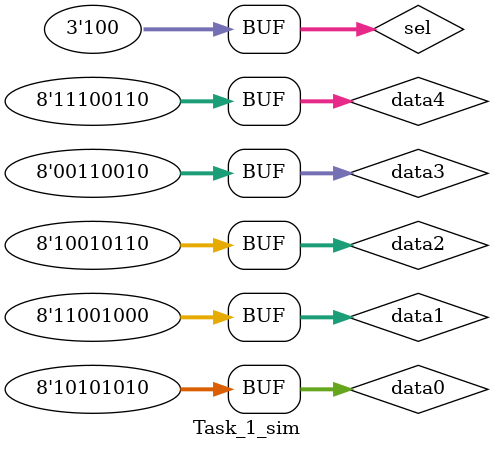
<source format=v>
`timescale 1ns / 1ps
`timescale 1ns / 1ps

module Task_1_sim;

// inputs
reg [7:0] data0;
reg [7:0] data1;
reg [7:0] data2;
reg [7:0] data3;
reg [7:0] data4;
reg [7:0] data5;
reg [7:0] data6;
reg [7:0] data7;
reg [2:0] sel;

// outputs
wire [7:0]Y;

// connect test signals to our mux
Task_1 CUT (

    //test bench    //CUT
    .data0(data0),
    .data1(data1),
    .data2(data2),
    .data3(data3),
    .data4(data4),
    .data5(data5),
    .data6(data6),
    .data7(data7),
    .sel(sel),
    .Y(Y)
);

integer k;
initial begin

sel = 3'b000;
data0 = 8'd170;
#10;

sel = 3'b001;
data1 = 8'd200;
#10;

sel = 3'b010;
data2 = 8'd150;
#10;

sel = 3'b011;
data3 = 8'd50;
#10;

sel = 3'b100;
data4 = 8'd230;
#10;

end





endmodule

</source>
